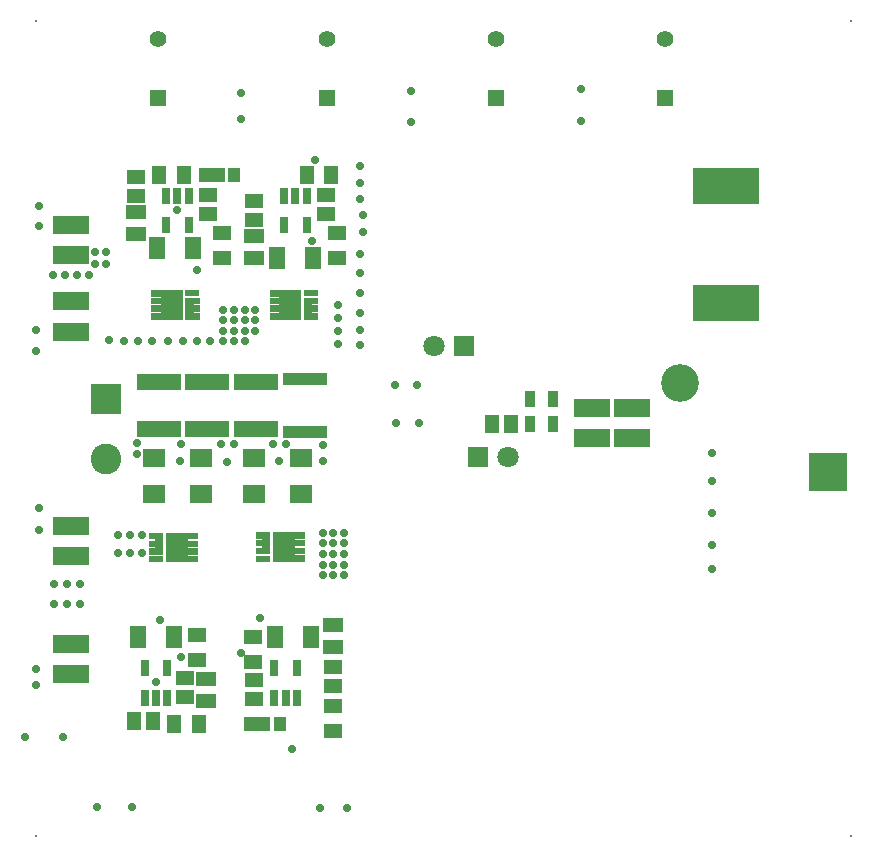
<source format=gts>
G04*
G04 #@! TF.GenerationSoftware,Altium Limited,Altium Designer,20.1.12 (249)*
G04*
G04 Layer_Color=8388736*
%FSLAX44Y44*%
%MOMM*%
G71*
G04*
G04 #@! TF.SameCoordinates,CC81BD5A-250F-4E5F-800E-8ED098A84927*
G04*
G04*
G04 #@! TF.FilePolarity,Negative*
G04*
G01*
G75*
%ADD17R,0.9500X1.4500*%
%ADD18R,1.2065X1.5082*%
%ADD21R,1.3561X1.8582*%
%ADD22R,1.5082X1.2065*%
%ADD23R,1.9062X1.5046*%
%ADD29R,1.2032X0.5432*%
%ADD30R,1.0032X1.3032*%
%ADD31R,2.2032X1.3032*%
%ADD32R,3.0232X1.6332*%
%ADD33R,0.8032X1.4032*%
%ADD34R,1.6532X1.2532*%
%ADD35R,3.8132X1.0132*%
%ADD36R,3.7232X1.4532*%
%ADD37R,1.5932X1.1632*%
%ADD38R,1.1632X1.5932*%
%ADD39R,5.6032X3.1032*%
%ADD40C,1.8032*%
%ADD41R,1.8032X1.8032*%
%ADD42C,1.4032*%
%ADD43R,1.4032X1.4032*%
%ADD44C,0.2000*%
%ADD45R,3.2032X3.2032*%
%ADD46C,3.2032*%
%ADD47R,2.6032X2.6032*%
%ADD48C,2.6032*%
%ADD49C,0.7016*%
G36*
X138250Y268500D02*
X126250D01*
Y274000D01*
X131250D01*
Y275000D01*
X126250D01*
Y280500D01*
X131250D01*
Y281500D01*
X126250D01*
Y287000D01*
X138250D01*
Y268500D01*
D02*
G37*
G36*
X167250Y281500D02*
X159250D01*
Y280500D01*
X167250D01*
Y275000D01*
X159250D01*
Y274000D01*
X167250D01*
Y268500D01*
X159250D01*
Y267500D01*
X167250D01*
Y262000D01*
X140250D01*
Y287000D01*
X167250D01*
Y281500D01*
D02*
G37*
G36*
X228750Y269000D02*
X216750D01*
Y274500D01*
X221750D01*
Y275500D01*
X216750D01*
Y281000D01*
X221750D01*
Y282000D01*
X216750D01*
Y287500D01*
X228750D01*
Y269000D01*
D02*
G37*
G36*
X257750Y282000D02*
X249750D01*
Y281000D01*
X257750D01*
Y275500D01*
X249750D01*
Y274500D01*
X257750D01*
Y269000D01*
X249750D01*
Y268000D01*
X257750D01*
Y262500D01*
X230750D01*
Y287500D01*
X257750D01*
Y282000D01*
D02*
G37*
G36*
X127850Y473000D02*
X135850D01*
Y474000D01*
X127850D01*
Y479500D01*
X135850D01*
Y480500D01*
X127850D01*
Y486000D01*
X135850D01*
Y487000D01*
X127850D01*
Y492500D01*
X154850D01*
Y467500D01*
X127850D01*
Y473000D01*
D02*
G37*
G36*
X156850Y486000D02*
X168850D01*
Y480500D01*
X163850D01*
Y479500D01*
X168850D01*
Y474000D01*
X163850D01*
Y473000D01*
X168850D01*
Y467500D01*
X156850D01*
Y486000D01*
D02*
G37*
G36*
X228100Y473000D02*
X236100D01*
Y474000D01*
X228100D01*
Y479500D01*
X236100D01*
Y480500D01*
X228100D01*
Y486000D01*
X236100D01*
Y487000D01*
X228100D01*
Y492500D01*
X255100D01*
Y467500D01*
X228100D01*
Y473000D01*
D02*
G37*
G36*
X257100Y486000D02*
X269100D01*
Y480500D01*
X264100D01*
Y479500D01*
X269100D01*
Y474000D01*
X264100D01*
Y473000D01*
X269100D01*
Y467500D01*
X257100D01*
Y486000D01*
D02*
G37*
D17*
X467750Y378957D02*
D03*
X448250D02*
D03*
Y400000D02*
D03*
X467750D02*
D03*
D18*
X134491Y590000D02*
D03*
X155509D02*
D03*
X147241Y125000D02*
D03*
X168259D02*
D03*
X280509Y590000D02*
D03*
X259491D02*
D03*
D21*
X132739Y528000D02*
D03*
X163261D02*
D03*
X232489Y199084D02*
D03*
X263011D02*
D03*
X147011D02*
D03*
X116489D02*
D03*
X234739Y520000D02*
D03*
X265261D02*
D03*
D22*
X281750Y140509D02*
D03*
Y119491D02*
D03*
X188000Y519491D02*
D03*
Y540509D02*
D03*
X213750Y198508D02*
D03*
Y177491D02*
D03*
X285000Y540509D02*
D03*
Y519491D02*
D03*
X166750Y200508D02*
D03*
Y179491D02*
D03*
D23*
X255000Y319992D02*
D03*
Y350008D02*
D03*
X215000Y319992D02*
D03*
Y350008D02*
D03*
X170000Y319992D02*
D03*
Y350008D02*
D03*
X130323Y319992D02*
D03*
Y350008D02*
D03*
D29*
X222750Y265250D02*
D03*
X132250Y264750D02*
D03*
X263100Y489750D02*
D03*
X162850D02*
D03*
D30*
X198000Y590000D02*
D03*
X236750Y125000D02*
D03*
D31*
X179000Y590000D02*
D03*
X217750Y125000D02*
D03*
D32*
X60000Y267100D02*
D03*
Y292900D02*
D03*
Y457100D02*
D03*
Y482900D02*
D03*
Y547900D02*
D03*
Y522100D02*
D03*
Y167100D02*
D03*
Y192900D02*
D03*
X501115Y367100D02*
D03*
Y392900D02*
D03*
X535358Y367100D02*
D03*
Y392900D02*
D03*
D33*
X159500Y547500D02*
D03*
X140500D02*
D03*
Y572500D02*
D03*
X150000D02*
D03*
X159500D02*
D03*
X232250Y147500D02*
D03*
X241750D02*
D03*
X251250D02*
D03*
Y172500D02*
D03*
X232250D02*
D03*
X122250Y147500D02*
D03*
X131750D02*
D03*
X141250D02*
D03*
Y172500D02*
D03*
X122250D02*
D03*
X259500Y572500D02*
D03*
X250000D02*
D03*
X240500D02*
D03*
Y547500D02*
D03*
X259500D02*
D03*
D34*
X174000Y163250D02*
D03*
Y144750D02*
D03*
X281750Y190750D02*
D03*
Y209250D02*
D03*
X115000Y539750D02*
D03*
Y558250D02*
D03*
X215000Y519750D02*
D03*
Y538250D02*
D03*
D35*
X258370Y417500D02*
D03*
Y372500D02*
D03*
D36*
X216628Y414800D02*
D03*
Y375200D02*
D03*
X175385Y414800D02*
D03*
Y375200D02*
D03*
X134143Y414800D02*
D03*
Y375200D02*
D03*
D37*
X176000Y573100D02*
D03*
Y556900D02*
D03*
X214750Y145900D02*
D03*
Y162100D02*
D03*
X276000Y573100D02*
D03*
Y556900D02*
D03*
X281750Y173100D02*
D03*
Y156900D02*
D03*
X115000Y571900D02*
D03*
Y588100D02*
D03*
X156750Y164100D02*
D03*
Y147900D02*
D03*
X215000Y551900D02*
D03*
Y568100D02*
D03*
D38*
X113650Y127458D02*
D03*
X129850D02*
D03*
X432407Y379000D02*
D03*
X416208D02*
D03*
D39*
X615000Y580793D02*
D03*
Y481792D02*
D03*
D40*
X429700Y351465D02*
D03*
X367300Y445000D02*
D03*
D41*
X404300Y351465D02*
D03*
X392700Y445000D02*
D03*
D42*
X276835Y705000D02*
D03*
X133792D02*
D03*
X419878D02*
D03*
X562920D02*
D03*
D43*
X276835Y655000D02*
D03*
X133792D02*
D03*
X419878D02*
D03*
X562920D02*
D03*
D44*
X30000Y720000D02*
D03*
Y30000D02*
D03*
X720000D02*
D03*
Y720000D02*
D03*
D45*
X701000Y338500D02*
D03*
D46*
X576000Y413500D02*
D03*
D47*
X90000Y400400D02*
D03*
D48*
Y349600D02*
D03*
D49*
X307000Y556000D02*
D03*
Y542000D02*
D03*
X263750Y534250D02*
D03*
X244250Y267250D02*
D03*
X235500D02*
D03*
X244000Y275250D02*
D03*
X235500Y275000D02*
D03*
X243750Y282750D02*
D03*
X235500Y283000D02*
D03*
X153750Y266750D02*
D03*
X145000D02*
D03*
X153500Y274750D02*
D03*
X145000Y274500D02*
D03*
X153250Y282250D02*
D03*
X145000Y282500D02*
D03*
X250350Y472000D02*
D03*
X242100Y472250D02*
D03*
X250350Y480000D02*
D03*
X241850Y479750D02*
D03*
X250350Y487750D02*
D03*
X241600D02*
D03*
X150100Y472000D02*
D03*
X141850Y472250D02*
D03*
X150100Y480000D02*
D03*
X141600Y479750D02*
D03*
X150100Y487750D02*
D03*
X141350D02*
D03*
X80000Y525000D02*
D03*
X90000D02*
D03*
X273000Y348000D02*
D03*
X236000D02*
D03*
X116000Y354000D02*
D03*
X152000Y348000D02*
D03*
X192000Y347000D02*
D03*
X273000Y361000D02*
D03*
X282000Y251000D02*
D03*
X355000Y380000D02*
D03*
X335000D02*
D03*
X353000Y412000D02*
D03*
X334000D02*
D03*
X166373Y509445D02*
D03*
X220000Y215000D02*
D03*
X135000Y213000D02*
D03*
X150000Y560000D02*
D03*
X204000Y185000D02*
D03*
X132000Y161000D02*
D03*
X603000Y256000D02*
D03*
Y277000D02*
D03*
Y304000D02*
D03*
Y331000D02*
D03*
Y355000D02*
D03*
X153000Y182000D02*
D03*
X120000Y270000D02*
D03*
X110000D02*
D03*
X100000D02*
D03*
X120000Y285000D02*
D03*
X110000D02*
D03*
X100000D02*
D03*
X68000Y227000D02*
D03*
X57000D02*
D03*
X46000D02*
D03*
X68000Y244000D02*
D03*
X57000D02*
D03*
X46000D02*
D03*
X247000Y104000D02*
D03*
X291000Y251000D02*
D03*
Y260000D02*
D03*
X267000Y603000D02*
D03*
X305000Y598000D02*
D03*
Y507000D02*
D03*
Y523000D02*
D03*
X286000Y447000D02*
D03*
Y458000D02*
D03*
Y469000D02*
D03*
Y480000D02*
D03*
X305000Y446000D02*
D03*
Y459000D02*
D03*
Y473000D02*
D03*
Y490000D02*
D03*
Y570000D02*
D03*
Y583000D02*
D03*
X30000Y172000D02*
D03*
Y158000D02*
D03*
X33000Y564000D02*
D03*
Y547000D02*
D03*
X30000Y459000D02*
D03*
Y441000D02*
D03*
X33000Y308000D02*
D03*
Y289000D02*
D03*
X53000Y114000D02*
D03*
X21000D02*
D03*
X294000Y54000D02*
D03*
X271000D02*
D03*
X112000Y55000D02*
D03*
X82000D02*
D03*
X492000Y636000D02*
D03*
Y663000D02*
D03*
X348000Y635000D02*
D03*
Y661000D02*
D03*
X204000Y637000D02*
D03*
Y659000D02*
D03*
X216000Y458000D02*
D03*
X207000D02*
D03*
X216000Y467000D02*
D03*
X207000D02*
D03*
X216000Y476000D02*
D03*
X207000D02*
D03*
X198000Y458000D02*
D03*
X189000D02*
D03*
X198000Y467000D02*
D03*
X189000D02*
D03*
X198000Y476000D02*
D03*
X189000D02*
D03*
X207000Y449000D02*
D03*
X198000D02*
D03*
X189000D02*
D03*
X178000D02*
D03*
X167000D02*
D03*
X155000D02*
D03*
X142000D02*
D03*
X129000D02*
D03*
X117000D02*
D03*
X105000D02*
D03*
X92000Y450000D02*
D03*
X242000Y362000D02*
D03*
X231000D02*
D03*
X198000D02*
D03*
X187000D02*
D03*
X153000D02*
D03*
X116000Y363000D02*
D03*
X65000Y505000D02*
D03*
X75000D02*
D03*
X55000D02*
D03*
X45000D02*
D03*
X90000Y515000D02*
D03*
X80000D02*
D03*
X273000Y251000D02*
D03*
X282000Y260000D02*
D03*
X273000D02*
D03*
X291000Y269000D02*
D03*
X282000D02*
D03*
X273000D02*
D03*
X291000Y278000D02*
D03*
X282000D02*
D03*
X273000D02*
D03*
X291000Y287000D02*
D03*
X282000D02*
D03*
X273000D02*
D03*
M02*

</source>
